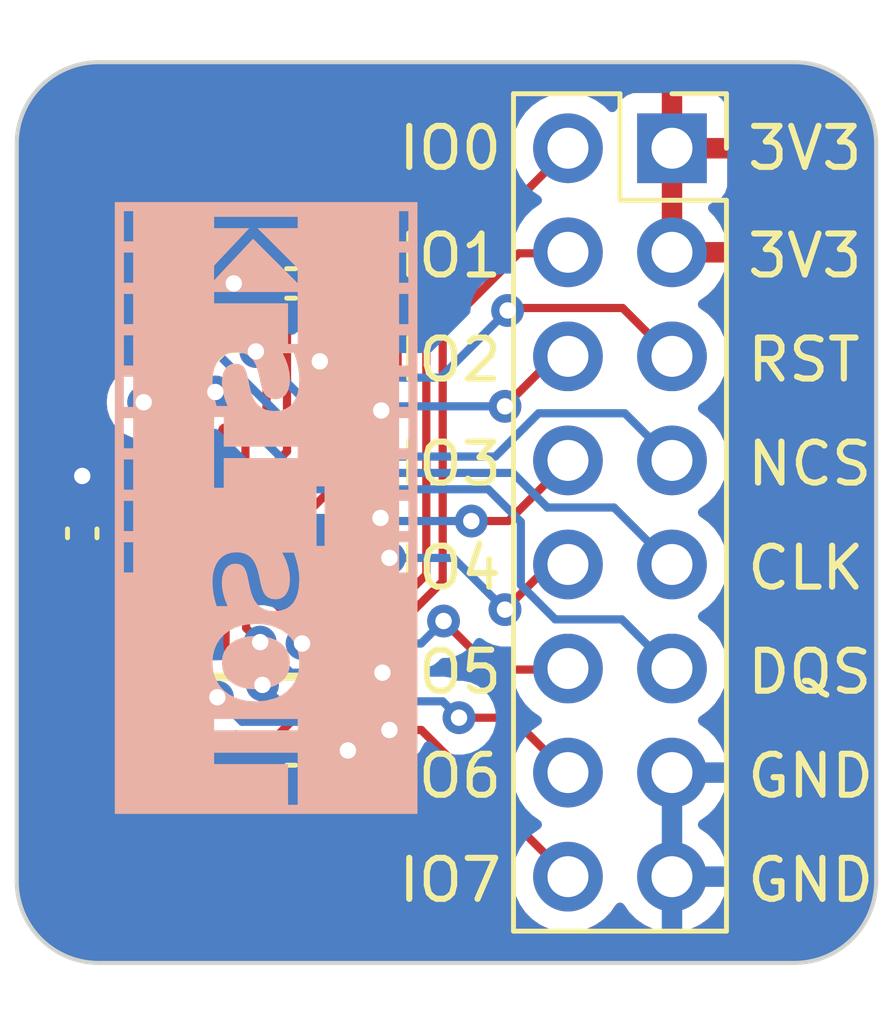
<source format=kicad_pcb>
(kicad_pcb (version 20221018) (generator pcbnew)
  (layers (0 "F.Cu" signal) (31 "B.Cu" signal) (34 "B.Paste" user) (35 "F.Paste" user) (36 "B.SilkS" user "B.Silkscreen") (37 "F.SilkS" user "F.Silkscreen") (38 "B.Mask" user) (39 "F.Mask" user) (44 "Edge.Cuts" user))
  (net 0 "")
  (net 2 "IO0")
  (net 3 "ID1")
  (net 6 "RST")
  (net 7 "GND")
  (net 8 "+3V3")
  (net 11 "ID2")
  (net 12 "NCS")
  (net 14 "ID3")
  (net 15 "CLK")
  (net 16 "ID4")
  (net 17 "DQS")
  (net 18 "ID5")
  (net 19 "ID6")
  (net 20 "ID7")
  (footprint "Capacitor_SMD:C_0402_1005Metric" (layer "F.Cu") (at 132.7 94.4 180)
    (fp_text reference "C1")
    (fp_text value "100nF")
    (fp_line (start -0.107836 -0.36) (end 0.107836 -0.36) (stroke (width 0.12)) (layer "F.SilkS"))
    (fp_line (start -0.107836 0.36) (end 0.107836 0.36) (stroke (width 0.12)) (layer "F.SilkS"))
    (pad "1" smd roundrect (at -0.48 0 180) (size 0.56 0.62) (layers "F.Cu" "F.Paste" "F.Mask") (net 8 "+3V3"))
    (pad "2" smd roundrect (at 0.48 0 180) (size 0.56 0.62) (layers "F.Cu" "F.Paste" "F.Mask") (net 7 "GND"))
  )
  (footprint "Capacitor_SMD:C_0402_1005Metric" (layer "F.Cu") (at 132.7 105.8)
    (fp_text reference "C3")
    (fp_text value "100nF")
    (fp_line (start -0.107836 -0.36) (end 0.107836 -0.36) (stroke (width 0.12)) (layer "F.SilkS"))
    (fp_line (start -0.107836 0.36) (end 0.107836 0.36) (stroke (width 0.12)) (layer "F.SilkS"))
    (pad "1" smd roundrect (at -0.48 0) (size 0.56 0.62) (layers "F.Cu" "F.Paste" "F.Mask") (net 8 "+3V3"))
    (pad "2" smd roundrect (at 0.48 0) (size 0.56 0.62) (layers "F.Cu" "F.Paste" "F.Mask") (net 7 "GND"))
  )
  (footprint "Connector_PinSocket_2.54mm:PinSocket_2x08_P2.54mm_Vertical" (layer "F.Cu") (at 142 91.1)
    (fp_text reference "J1")
    (fp_text value "CN1")
    (fp_line (start -3.87 -1.33) (end -3.87 19.11) (stroke (width 0.12)) (layer "F.SilkS"))
    (fp_line (start -3.87 -1.33) (end -1.27 -1.33) (stroke (width 0.12)) (layer "F.SilkS"))
    (fp_line (start -3.87 19.11) (end 1.33 19.11) (stroke (width 0.12)) (layer "F.SilkS"))
    (fp_line (start -1.27 -1.33) (end -1.27 1.27) (stroke (width 0.12)) (layer "F.SilkS"))
    (fp_line (start -1.27 1.27) (end 1.33 1.27) (stroke (width 0.12)) (layer "F.SilkS"))
    (fp_line (start 0 -1.33) (end 1.33 -1.33) (stroke (width 0.12)) (layer "F.SilkS"))
    (fp_line (start 1.33 -1.33) (end 1.33 0) (stroke (width 0.12)) (layer "F.SilkS"))
    (fp_line (start 1.33 1.27) (end 1.33 19.11) (stroke (width 0.12)) (layer "F.SilkS"))
    (pad "1" thru_hole rect (at 0 0) (size 1.7 1.7) (drill 1) (layers "*.Cu" "*.Mask") (net 8 "+3V3"))
    (pad "2" thru_hole oval (at -2.54 0) (size 1.7 1.7) (drill 1) (layers "*.Cu" "*.Mask") (net 2 "IO0"))
    (pad "3" thru_hole oval (at 0 2.54) (size 1.7 1.7) (drill 1) (layers "*.Cu" "*.Mask") (net 8 "+3V3"))
    (pad "4" thru_hole oval (at -2.54 2.54) (size 1.7 1.7) (drill 1) (layers "*.Cu" "*.Mask") (net 3 "ID1"))
    (pad "5" thru_hole oval (at 0 5.08) (size 1.7 1.7) (drill 1) (layers "*.Cu" "*.Mask") (net 6 "RST"))
    (pad "6" thru_hole oval (at -2.54 5.08) (size 1.7 1.7) (drill 1) (layers "*.Cu" "*.Mask") (net 11 "ID2"))
    (pad "7" thru_hole oval (at 0 7.62) (size 1.7 1.7) (drill 1) (layers "*.Cu" "*.Mask") (net 12 "NCS"))
    (pad "8" thru_hole oval (at -2.54 7.62) (size 1.7 1.7) (drill 1) (layers "*.Cu" "*.Mask") (net 14 "ID3"))
    (pad "9" thru_hole oval (at 0 10.16) (size 1.7 1.7) (drill 1) (layers "*.Cu" "*.Mask") (net 15 "CLK"))
    (pad "10" thru_hole oval (at -2.54 10.16) (size 1.7 1.7) (drill 1) (layers "*.Cu" "*.Mask") (net 16 "ID4"))
    (pad "11" thru_hole oval (at 0 12.7) (size 1.7 1.7) (drill 1) (layers "*.Cu" "*.Mask") (net 17 "DQS"))
    (pad "12" thru_hole oval (at -2.54 12.7) (size 1.7 1.7) (drill 1) (layers "*.Cu" "*.Mask") (net 18 "ID5"))
    (pad "13" thru_hole oval (at 0 15.24) (size 1.7 1.7) (drill 1) (layers "*.Cu" "*.Mask") (net 7 "GND"))
    (pad "14" thru_hole oval (at -2.54 15.24) (size 1.7 1.7) (drill 1) (layers "*.Cu" "*.Mask") (net 19 "ID6"))
    (pad "15" thru_hole oval (at 0 17.78) (size 1.7 1.7) (drill 1) (layers "*.Cu" "*.Mask") (net 7 "GND"))
    (pad "16" thru_hole oval (at -2.54 17.78) (size 1.7 1.7) (drill 1) (layers "*.Cu" "*.Mask") (net 20 "ID7"))
  )
  (footprint "Capacitor_SMD:C_0402_1005Metric" (layer "F.Cu") (at 127.6 100.5 90)
    (fp_text reference "C2")
    (fp_text value "100nF")
    (fp_line (start -0.107836 -0.36) (end 0.107836 -0.36) (stroke (width 0.12)) (layer "F.SilkS"))
    (fp_line (start -0.107836 0.36) (end 0.107836 0.36) (stroke (width 0.12)) (layer "F.SilkS"))
    (pad "1" smd roundrect (at -0.48 0 90) (size 0.56 0.62) (layers "F.Cu" "F.Paste" "F.Mask") (net 8 "+3V3"))
    (pad "2" smd roundrect (at 0.48 0 90) (size 0.56 0.62) (layers "F.Cu" "F.Paste" "F.Mask") (net 7 "GND"))
  )
  (footprint "KLST:APS12808L-3OBM-BA" (layer "F.Cu") (at 132.1 100)
    (fp_text reference "U2")
    (fp_text value "APS12808L-3OBM-BA" hide)
    (fp_line (start -3 -2) (end -1 -4) (stroke (width 0.2)) (layer "F.SilkS"))
    (fp_line (start -3 4) (end -3 -2) (stroke (width 0.2)) (layer "F.SilkS"))
    (fp_line (start -1 -4) (end 3 -4) (stroke (width 0.2)) (layer "F.SilkS"))
    (fp_line (start 3 -4) (end 3 4) (stroke (width 0.2)) (layer "F.SilkS"))
    (fp_line (start 3 4) (end -3 4) (stroke (width 0.2)) (layer "F.SilkS"))
    (fp_circle (center -3 -4) (end -3 -3.9) (stroke (width 0.2)) (fill none) (layer "F.SilkS"))
    (pad "A2" smd circle (at -1 -2 90) (size 0.37 0.37) (layers "F.Cu" "F.Paste" "F.Mask"))
    (pad "A3" smd circle (at 0 -2 90) (size 0.37 0.37) (layers "F.Cu" "F.Paste" "F.Mask") (net 12 "NCS"))
    (pad "A4" smd circle (at 1 -2 90) (size 0.37 0.37) (layers "F.Cu" "F.Paste" "F.Mask") (net 6 "RST"))
    (pad "A5" smd circle (at 2 -2 90) (size 0.37 0.37) (layers "F.Cu" "F.Paste" "F.Mask"))
    (pad "B1" smd circle (at -2 -1 90) (size 0.37 0.37) (layers "F.Cu" "F.Paste" "F.Mask"))
    (pad "B2" smd circle (at -1 -1 90) (size 0.37 0.37) (layers "F.Cu" "F.Paste" "F.Mask") (net 15 "CLK"))
    (pad "B3" smd circle (at 0 -1 90) (size 0.37 0.37) (layers "F.Cu" "F.Paste" "F.Mask") (net 7 "GND"))
    (pad "B4" smd circle (at 1 -1 90) (size 0.37 0.37) (layers "F.Cu" "F.Paste" "F.Mask") (net 8 "+3V3"))
    (pad "B5" smd circle (at 2 -1 90) (size 0.37 0.37) (layers "F.Cu" "F.Paste" "F.Mask"))
    (pad "C1" smd circle (at -2 0 90) (size 0.37 0.37) (layers "F.Cu" "F.Paste" "F.Mask") (net 7 "GND"))
    (pad "C2" smd circle (at -1 0 90) (size 0.37 0.37) (layers "F.Cu" "F.Paste" "F.Mask"))
    (pad "C3" smd circle (at 0 0 90) (size 0.37 0.37) (layers "F.Cu" "F.Paste" "F.Mask") (net 17 "DQS"))
    (pad "C4" smd circle (at 1 0 90) (size 0.37 0.37) (layers "F.Cu" "F.Paste" "F.Mask") (net 11 "ID2"))
    (pad "C5" smd circle (at 2 0 90) (size 0.37 0.37) (layers "F.Cu" "F.Paste" "F.Mask"))
    (pad "D1" smd circle (at -2 1 90) (size 0.37 0.37) (layers "F.Cu" "F.Paste" "F.Mask") (net 8 "+3V3"))
    (pad "D2" smd circle (at -1 1 90) (size 0.37 0.37) (layers "F.Cu" "F.Paste" "F.Mask") (net 3 "ID1"))
    (pad "D3" smd circle (at 0 1 90) (size 0.37 0.37) (layers "F.Cu" "F.Paste" "F.Mask") (net 2 "IO0"))
    (pad "D4" smd circle (at 1 1 90) (size 0.37 0.37) (layers "F.Cu" "F.Paste" "F.Mask") (net 14 "ID3"))
    (pad "D5" smd circle (at 2 1 90) (size 0.37 0.37) (layers "F.Cu" "F.Paste" "F.Mask") (net 16 "ID4"))
    (pad "E1" smd circle (at -2 2 90) (size 0.37 0.37) (layers "F.Cu" "F.Paste" "F.Mask") (net 20 "ID7"))
    (pad "E2" smd circle (at -1 2 90) (size 0.37 0.37) (layers "F.Cu" "F.Paste" "F.Mask") (net 19 "ID6"))
    (pad "E3" smd circle (at 0 2 90) (size 0.37 0.37) (layers "F.Cu" "F.Paste" "F.Mask") (net 18 "ID5"))
    (pad "E4" smd circle (at 1 2 90) (size 0.37 0.37) (layers "F.Cu" "F.Paste" "F.Mask") (net 8 "+3V3"))
    (pad "E5" smd circle (at 2 2 90) (size 0.37 0.37) (layers "F.Cu" "F.Paste" "F.Mask") (net 7 "GND"))
  )
  (gr_arc (start 146.985786 108.985786) (mid 146.4 110.4) (end 144.985786 110.985786) (stroke (width 0.1)) (layer "Edge.Cuts"))
  (gr_line (start 144.985786 110.985786) (end 128 110.985786) (stroke (width 0.1)) (layer "Edge.Cuts"))
  (gr_arc (start 144.985786 89) (mid 146.4 89.585786) (end 146.985786 91) (stroke (width 0.1)) (layer "Edge.Cuts"))
  (gr_arc (start 128 110.985786) (mid 126.585786 110.4) (end 126 108.985786) (stroke (width 0.1)) (layer "Edge.Cuts"))
  (gr_line (start 146.985786 91) (end 146.985786 108.985786) (stroke (width 0.1)) (layer "Edge.Cuts"))
  (gr_line (start 126 108.985786) (end 126 91) (stroke (width 0.1)) (layer "Edge.Cuts"))
  (gr_line (start 128 89) (end 144.985786 89) (stroke (width 0.1)) (layer "Edge.Cuts"))
  (gr_arc (start 126 91) (mid 126.585786 89.585786) (end 128 89) (stroke (width 0.1)) (layer "Edge.Cuts"))
  (gr_text "---------\nKLST_SOIL\n--------- " (at 127.5 92.5 90) (layer "B.SilkS" knockout) (effects (font (size 2 2)) (justify left top mirror)))
  (gr_text "DQS" (at 143.764 103.886) (layer "F.SilkS") (effects (font (size 1 1)) (justify left)))
  (gr_text "NCS" (at 143.764 98.806) (layer "F.SilkS") (effects (font (size 1 1)) (justify left)))
  (gr_text "3V3" (at 143.764 91.1) (layer "F.SilkS") (effects (font (size 1 1)) (justify left)))
  (gr_text "IO6" (at 137.922 106.426) (layer "F.SilkS") (effects (font (size 1 1)) (justify right)))
  (gr_text "IO5" (at 137.922 103.886) (layer "F.SilkS") (effects (font (size 1 1)) (justify right)))
  (gr_text "IO1" (at 137.922 93.726) (layer "F.SilkS") (effects (font (size 1 1)) (justify right)))
  (gr_text "IO4" (at 137.922 101.346) (layer "F.SilkS") (effects (font (size 1 1)) (justify right)))
  (gr_text "CLK" (at 143.764 101.346) (layer "F.SilkS") (effects (font (size 1 1)) (justify left)))
  (gr_text "RST" (at 143.764 96.266) (layer "F.SilkS") (effects (font (size 1 1)) (justify left)))
  (gr_text "GND" (at 143.764 106.426) (layer "F.SilkS") (effects (font (size 1 1)) (justify left)))
  (gr_text "IO7" (at 137.922 108.966) (layer "F.SilkS") (effects (font (size 1 1)) (justify right)))
  (gr_text "IO3" (at 137.922 98.806) (layer "F.SilkS") (effects (font (size 1 1)) (justify right)))
  (gr_text "3V3" (at 143.764 93.726) (layer "F.SilkS") (effects (font (size 1 1)) (justify left)))
  (gr_text "IO0" (at 137.922 91.1) (layer "F.SilkS") (effects (font (size 1 1)) (justify right)))
  (gr_text "GND" (at 143.764 108.966) (layer "F.SilkS") (effects (font (size 1 1)) (justify left)))
  (gr_text "IO2" (at 137.922 96.266) (layer "F.SilkS") (effects (font (size 1 1)) (justify right)))
  (segment (start 139.46 91.125) (end 136.000999 94.584001) (width 0.2) (layer "F.Cu") (net 2))
  (segment (start 134.504099 101.492906) (end 132.592906 101.492906) (width 0.2) (layer "F.Cu") (net 2))
  (segment (start 134.969971 101.958778) (end 134.504099 101.492906) (width 0.2) (layer "F.Cu") (net 2))
  (segment (start 132.592906 101.492906) (end 132.1 101) (width 0.2) (layer "F.Cu") (net 2))
  (segment (start 136.000999 94.584001) (end 136.000999 101.507236) (width 0.2) (layer "F.Cu") (net 2))
  (segment (start 136.000999 101.507236) (end 135.549457 101.958778) (width 0.2) (layer "F.Cu") (net 2))
  (segment (start 135.549457 101.958778) (end 134.969971 101.958778) (width 0.2) (layer "F.Cu") (net 2))
  (segment (start 131.6005 101.5005) (end 131.6005 102.811256) (width 0.2) (layer "F.Cu") (net 3))
  (segment (start 131.6005 102.811256) (end 131.944622 103.155378) (width 0.2) (layer "F.Cu") (net 3))
  (segment (start 134.929472 103.143743) (end 134.929472 103.901) (width 0.2) (layer "F.Cu") (net 3))
  (segment (start 136.4005 95.522419) (end 136.4005 101.672715) (width 0.2) (layer "F.Cu") (net 3))
  (segment (start 139.46 93.665) (end 138.257919 93.665) (width 0.2) (layer "F.Cu") (net 3))
  (segment (start 136.4005 101.672715) (end 134.929472 103.143743) (width 0.2) (layer "F.Cu") (net 3))
  (segment (start 131.1 101) (end 131.6005 101.5005) (width 0.2) (layer "F.Cu") (net 3))
  (segment (start 138.257919 93.665) (end 136.4005 95.522419) (width 0.2) (layer "F.Cu") (net 3))
  (via (at 131.944622 103.155378) (size 0.8) (drill 0.4) (layers "F.Cu" "B.Cu") (net 3))
  (via (at 134.929472 103.901) (size 0.8) (drill 0.4) (layers "F.Cu" "B.Cu") (net 3))
  (segment (start 132.690243 103.901) (end 131.944622 103.155378) (width 0.2) (layer "B.Cu") (net 3))
  (segment (start 134.929472 103.901) (end 132.690243 103.901) (width 0.2) (layer "B.Cu") (net 3))
  (segment (start 133.1 98) (end 133.1 96.601964) (width 0.2) (layer "F.Cu") (net 6))
  (segment (start 140.795 95) (end 138.046622 95) (width 0.2) (layer "F.Cu") (net 6))
  (segment (start 142 96.205) (end 140.795 95) (width 0.2) (layer "F.Cu") (net 6))
  (segment (start 133.1 96.601964) (end 133.4005 96.301464) (width 0.2) (layer "F.Cu") (net 6))
  (segment (start 138.046622 95) (end 137.986311 95.060311) (width 0.2) (layer "F.Cu") (net 6))
  (via (at 137.986311 95.060311) (size 0.8) (drill 0.4) (layers "F.Cu" "B.Cu") (net 6))
  (via (at 133.4005 96.301464) (size 0.8) (drill 0.4) (layers "F.Cu" "B.Cu") (net 6))
  (segment (start 133.799036 96.7) (end 136.346622 96.7) (width 0.2) (layer "B.Cu") (net 6))
  (segment (start 136.346622 96.7) (end 137.986311 95.060311) (width 0.2) (layer "B.Cu") (net 6))
  (segment (start 133.4005 96.301464) (end 133.799036 96.7) (width 0.2) (layer "B.Cu") (net 6))
  (segment (start 127.6 100.02) (end 127.6 99.1) (width 0.2) (layer "F.Cu") (net 7))
  (segment (start 132.1 99) (end 132.6 98.5) (width 0.2) (layer "F.Cu") (net 7))
  (segment (start 132.6 94.78) (end 132.22 94.4) (width 0.2) (layer "F.Cu") (net 7))
  (segment (start 134.1 104.88) (end 133.18 105.8) (width 0.2) (layer "F.Cu") (net 7))
  (segment (start 132.22 94.4) (end 131.3 94.4) (width 0.2) (layer "F.Cu") (net 7))
  (segment (start 130.1 100) (end 127.62 100) (width 0.2) (layer "F.Cu") (net 7))
  (segment (start 133.18 105.8) (end 134.086455 105.8) (width 0.2) (layer "F.Cu") (net 7))
  (segment (start 127.62 100) (end 127.6 100.02) (width 0.2) (layer "F.Cu") (net 7))
  (segment (start 134.1 102) (end 134.1 104.88) (width 0.2) (layer "F.Cu") (net 7))
  (segment (start 132.6 98.5) (end 132.6 94.78) (width 0.2) (layer "F.Cu") (net 7))
  (via (at 127.6 99.1) (size 0.8) (drill 0.4) (layers "F.Cu" "B.Cu") (net 7))
  (via (at 131.3 94.4) (size 0.8) (drill 0.4) (layers "F.Cu" "B.Cu") (net 7))
  (via (at 134.086455 105.8) (size 0.8) (drill 0.4) (layers "F.Cu" "B.Cu") (net 7))
  (segment (start 133.18 95.08) (end 134.1 96) (width 0.2) (layer "F.Cu") (net 8))
  (segment (start 132.22 105.8) (end 132.22 105.58) (width 0.2) (layer "F.Cu") (net 8))
  (segment (start 133.1 102) (end 133.7 102.6) (width 0.2) (layer "F.Cu") (net 8))
  (segment (start 130.1 101) (end 127.62 101) (width 0.2) (layer "F.Cu") (net 8))
  (segment (start 133.6 98.5) (end 133.1 99) (width 0.2) (layer "F.Cu") (net 8))
  (segment (start 132.22 105.58) (end 133.7 104.1) (width 0.2) (layer "F.Cu") (net 8))
  (segment (start 134.1 97.314106) (end 133.6 97.814106) (width 0.2) (layer "F.Cu") (net 8))
  (segment (start 134.1 96) (end 134.1 97.314106) (width 0.2) (layer "F.Cu") (net 8))
  (segment (start 133.18 94.4) (end 133.18 95.08) (width 0.2) (layer "F.Cu") (net 8))
  (segment (start 133.6 97.814106) (end 133.6 98.5) (width 0.2) (layer "F.Cu") (net 8))
  (segment (start 127.62 101) (end 127.6 100.98) (width 0.2) (layer "F.Cu") (net 8))
  (segment (start 133.7 102.6) (end 133.7 104.1) (width 0.2) (layer "F.Cu") (net 8))
  (segment (start 134.900999 98.884895) (end 134.900999 97.501283) (width 0.2) (layer "F.Cu") (net 11))
  (segment (start 134.270894 99.515) (end 134.900999 98.884895) (width 0.2) (layer "F.Cu") (net 11))
  (segment (start 133.585 99.515) (end 134.270894 99.515) (width 0.2) (layer "F.Cu") (net 11))
  (segment (start 133.1 100) (end 133.585 99.515) (width 0.2) (layer "F.Cu") (net 11))
  (segment (start 139.46 96.205) (end 139.117 96.205) (width 0.2) (layer "F.Cu") (net 11))
  (segment (start 139.117 96.205) (end 137.922 97.4) (width 0.2) (layer "F.Cu") (net 11))
  (via (at 134.900999 97.501283) (size 0.8) (drill 0.4) (layers "F.Cu" "B.Cu") (net 11))
  (via (at 137.922 97.4) (size 0.8) (drill 0.4) (layers "F.Cu" "B.Cu") (net 11))
  (segment (start 135.002282 97.4) (end 137.922 97.4) (width 0.2) (layer "B.Cu") (net 11))
  (segment (start 134.900999 97.501283) (end 135.002282 97.4) (width 0.2) (layer "B.Cu") (net 11))
  (segment (start 132.1 98) (end 132.1 96.321514) (width 0.2) (layer "F.Cu") (net 12))
  (segment (start 132.1 96.321514) (end 131.839243 96.060757) (width 0.2) (layer "F.Cu") (net 12))
  (via (at 131.839243 96.060757) (size 0.8) (drill 0.4) (layers "F.Cu" "B.Cu") (net 12))
  (segment (start 134.404282 98.625795) (end 131.839243 96.060757) (width 0.2) (layer "B.Cu") (net 12))
  (segment (start 142 98.72) (end 140.85 97.57) (width 0.2) (layer "B.Cu") (net 12))
  (segment (start 137.685448 98.625795) (end 134.404282 98.625795) (width 0.2) (layer "B.Cu") (net 12))
  (segment (start 140.85 97.57) (end 138.741243 97.57) (width 0.2) (layer "B.Cu") (net 12))
  (segment (start 138.741243 97.57) (end 137.685448 98.625795) (width 0.2) (layer "B.Cu") (net 12))
  (segment (start 139.46 98.745) (end 138.005 100.2) (width 0.2) (layer "F.Cu") (net 14))
  (segment (start 133.1 101) (end 133.6 100.5) (width 0.2) (layer "F.Cu") (net 14))
  (segment (start 134.506722 100.5) (end 134.882425 100.124297) (width 0.2) (layer "F.Cu") (net 14))
  (segment (start 138.005 100.2) (end 137.1 100.2) (width 0.2) (layer "F.Cu") (net 14))
  (segment (start 133.6 100.5) (end 134.506722 100.5) (width 0.2) (layer "F.Cu") (net 14))
  (via (at 137.1 100.2) (size 0.8) (drill 0.4) (layers "F.Cu" "B.Cu") (net 14))
  (via (at 134.882425 100.124297) (size 0.8) (drill 0.4) (layers "F.Cu" "B.Cu") (net 14))
  (segment (start 137.1 100.2) (end 134.958128 100.2) (width 0.2) (layer "B.Cu") (net 14))
  (segment (start 134.958128 100.2) (end 134.882425 100.124297) (width 0.2) (layer "B.Cu") (net 14))
  (segment (start 129.4 97.3) (end 129.1 97.3) (width 0.2) (layer "F.Cu") (net 15))
  (segment (start 131.1 99) (end 129.4 97.3) (width 0.2) (layer "F.Cu") (net 15))
  (via (at 129.1 97.3) (size 0.8) (drill 0.4) (layers "F.Cu" "B.Cu") (net 15))
  (segment (start 142 101.285) (end 140.585 99.87) (width 0.2) (layer "B.Cu") (net 15))
  (segment (start 138.958654 99.87) (end 138.11395 99.025296) (width 0.2) (layer "B.Cu") (net 15))
  (segment (start 140.585 99.87) (end 138.958654 99.87) (width 0.2) (layer "B.Cu") (net 15))
  (segment (start 133.814539 99.025296) (end 130.889743 96.1005) (width 0.2) (layer "B.Cu") (net 15))
  (segment (start 130.889743 96.1005) (end 130.2995 96.1005) (width 0.2) (layer "B.Cu") (net 15))
  (segment (start 138.11395 99.025296) (end 133.814539 99.025296) (width 0.2) (layer "B.Cu") (net 15))
  (segment (start 130.2995 96.1005) (end 129.1 97.3) (width 0.2) (layer "B.Cu") (net 15))
  (segment (start 134.1 101) (end 135.000436 101) (width 0.2) (layer "F.Cu") (net 16))
  (segment (start 135.000436 101) (end 135.100218 101.099782) (width 0.2) (layer "F.Cu") (net 16))
  (segment (start 138.999 101.285) (end 137.922 102.362) (width 0.2) (layer "F.Cu") (net 16))
  (segment (start 139.46 101.285) (end 138.999 101.285) (width 0.2) (layer "F.Cu") (net 16))
  (via (at 137.922 102.362) (size 0.8) (drill 0.4) (layers "F.Cu" "B.Cu") (net 16))
  (via (at 135.100218 101.099782) (size 0.8) (drill 0.4) (layers "F.Cu" "B.Cu") (net 16))
  (segment (start 137.922 102.362) (end 136.659782 101.099782) (width 0.2) (layer "B.Cu") (net 16))
  (segment (start 136.659782 101.099782) (end 135.100218 101.099782) (width 0.2) (layer "B.Cu") (net 16))
  (segment (start 132.1 100) (end 131.585 99.485) (width 0.2) (layer "F.Cu") (net 17))
  (segment (start 131.585 99.485) (end 131.585 97.785) (width 0.2) (layer "F.Cu") (net 17))
  (segment (start 131.585 97.785) (end 130.85 97.05) (width 0.2) (layer "F.Cu") (net 17))
  (via (at 130.85 97.05) (size 0.8) (drill 0.4) (layers "F.Cu" "B.Cu") (net 17))
  (segment (start 139.149243 102.6) (end 138.31 101.760757) (width 0.2) (layer "B.Cu") (net 17))
  (segment (start 137.51404 99.424797) (end 133.224797 99.424797) (width 0.2) (layer "B.Cu") (net 17))
  (segment (start 133.224797 99.424797) (end 130.85 97.05) (width 0.2) (layer "B.Cu") (net 17))
  (segment (start 138.31 100.220757) (end 137.51404 99.424797) (width 0.2) (layer "B.Cu") (net 17))
  (segment (start 138.31 101.760757) (end 138.31 100.220757) (width 0.2) (layer "B.Cu") (net 17))
  (segment (start 140.775 102.6) (end 139.149243 102.6) (width 0.2) (layer "B.Cu") (net 17))
  (segment (start 142 103.825) (end 140.775 102.6) (width 0.2) (layer "B.Cu") (net 17))
  (segment (start 132.1 102) (end 132.967487 102.867487) (width 0.2) (layer "F.Cu") (net 18))
  (segment (start 132.967487 102.867487) (end 132.967487 103.189) (width 0.2) (layer "F.Cu") (net 18))
  (segment (start 139.46 103.825) (end 137.607 103.825) (width 0.2) (layer "F.Cu") (net 18))
  (segment (start 137.607 103.825) (end 136.422229 102.640229) (width 0.2) (layer "F.Cu") (net 18))
  (via (at 136.422229 102.640229) (size 0.8) (drill 0.4) (layers "F.Cu" "B.Cu") (net 18))
  (via (at 132.967487 103.189) (size 0.8) (drill 0.4) (layers "F.Cu" "B.Cu") (net 18))
  (segment (start 135.873458 103.189) (end 136.422229 102.640229) (width 0.2) (layer "B.Cu") (net 18))
  (segment (start 132.967487 103.189) (end 135.873458 103.189) (width 0.2) (layer "B.Cu") (net 18))
  (segment (start 131.1 103.3) (end 132 104.2) (width 0.2) (layer "F.Cu") (net 19))
  (segment (start 131.1 102) (end 131.1 103.3) (width 0.2) (layer "F.Cu") (net 19))
  (segment (start 138.095 105) (end 136.8 105) (width 0.2) (layer "F.Cu") (net 19))
  (segment (start 139.46 106.365) (end 138.095 105) (width 0.2) (layer "F.Cu") (net 19))
  (via (at 132 104.2) (size 0.8) (drill 0.4) (layers "F.Cu" "B.Cu") (net 19))
  (via (at 136.8 105) (size 0.8) (drill 0.4) (layers "F.Cu" "B.Cu") (net 19))
  (segment (start 132 104.2) (end 132.4005 104.6005) (width 0.2) (layer "B.Cu") (net 19))
  (segment (start 136.4005 104.6005) (end 136.8 105) (width 0.2) (layer "B.Cu") (net 19))
  (segment (start 132.4005 104.6005) (end 136.4005 104.6005) (width 0.2) (layer "B.Cu") (net 19))
  (segment (start 130.1 102) (end 130.1 103.7) (width 0.2) (layer "F.Cu") (net 20))
  (segment (start 139.46 108.88) (end 135.88 105.3) (width 0.2) (layer "F.Cu") (net 20))
  (segment (start 130.1 103.7) (end 130.9 104.5) (width 0.2) (layer "F.Cu") (net 20))
  (segment (start 135.88 105.3) (end 135.1 105.3) (width 0.2) (layer "F.Cu") (net 20))
  (via (at 135.1 105.3) (size 0.8) (drill 0.4) (layers "F.Cu" "B.Cu") (net 20))
  (via (at 130.9 104.5) (size 0.8) (drill 0.4) (layers "F.Cu" "B.Cu") (net 20))
  (segment (start 134.9 105.1) (end 135.1 105.3) (width 0.2) (layer "B.Cu") (net 20))
  (segment (start 131.5 105.1) (end 134.9 105.1) (width 0.2) (layer "B.Cu") (net 20))
  (segment (start 130.9 104.5) (end 131.5 105.1) (width 0.2) (layer "B.Cu") (net 20))
  (zone (net 8) (net_name "+3V3") (layer "F.Cu") (connect_pads (clearance 0.5)) (min_thickness 0.25) (fill yes (thermal_gap 0.5) (thermal_bridge_width 0.5))
    (polygon (pts (xy 126 89) (xy 126 111) (xy 147.048 111) (xy 147.048 89)))
  )
  (zone (net 7) (net_name "GND") (layer "B.Cu") (priority 1) (connect_pads (clearance 0.5)) (min_thickness 0.25) (fill yes (thermal_gap 0.5) (thermal_bridge_width 0.5))
    (polygon (pts (xy 126 89) (xy 126 111) (xy 147.048 111) (xy 147.048 89)))
  )
)
</source>
